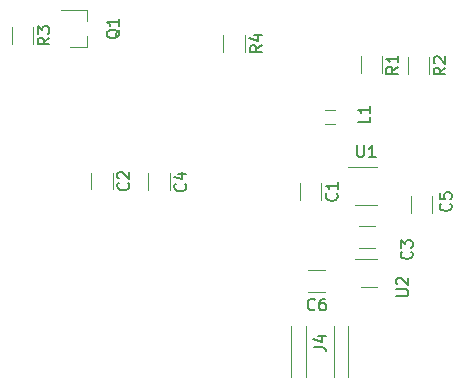
<source format=gbr>
%TF.GenerationSoftware,KiCad,Pcbnew,(5.1.9)-1*%
%TF.CreationDate,2021-05-19T15:00:27-04:00*%
%TF.ProjectId,fox_hunt_2m_fm,666f785f-6875-46e7-945f-326d5f666d2e,rev?*%
%TF.SameCoordinates,Original*%
%TF.FileFunction,Legend,Top*%
%TF.FilePolarity,Positive*%
%FSLAX46Y46*%
G04 Gerber Fmt 4.6, Leading zero omitted, Abs format (unit mm)*
G04 Created by KiCad (PCBNEW (5.1.9)-1) date 2021-05-19 15:00:27*
%MOMM*%
%LPD*%
G01*
G04 APERTURE LIST*
%ADD10C,0.120000*%
%ADD11C,0.150000*%
G04 APERTURE END LIST*
D10*
%TO.C,U2*%
X158304000Y-134129000D02*
X159704000Y-134129000D01*
X159704000Y-131809000D02*
X157804000Y-131809000D01*
%TO.C,U1*%
X159650000Y-123993000D02*
X157200000Y-123993000D01*
X157850000Y-127213000D02*
X159650000Y-127213000D01*
%TO.C,R4*%
X148484000Y-114239064D02*
X148484000Y-112784936D01*
X146664000Y-114239064D02*
X146664000Y-112784936D01*
%TO.C,R3*%
X128757000Y-112149936D02*
X128757000Y-113604064D01*
X130577000Y-112149936D02*
X130577000Y-113604064D01*
%TO.C,R2*%
X162285000Y-114689936D02*
X162285000Y-116144064D01*
X164105000Y-114689936D02*
X164105000Y-116144064D01*
%TO.C,R1*%
X158284500Y-114626436D02*
X158284500Y-116080564D01*
X160104500Y-114626436D02*
X160104500Y-116080564D01*
%TO.C,Q1*%
X135110000Y-113848000D02*
X133650000Y-113848000D01*
X135110000Y-110688000D02*
X132950000Y-110688000D01*
X135110000Y-110688000D02*
X135110000Y-111618000D01*
X135110000Y-113848000D02*
X135110000Y-112918000D01*
%TO.C,L1*%
X155284758Y-120321000D02*
X156105242Y-120321000D01*
X155284758Y-119201000D02*
X156105242Y-119201000D01*
%TO.C,J4*%
X156025000Y-137458000D02*
X156025000Y-141788000D01*
X157245000Y-137458000D02*
X157245000Y-141788000D01*
X152425000Y-137458000D02*
X152425000Y-141788000D01*
X153645000Y-137458000D02*
X153645000Y-141788000D01*
%TO.C,C6*%
X153847748Y-134577500D02*
X155270252Y-134577500D01*
X153847748Y-132757500D02*
X155270252Y-132757500D01*
%TO.C,C5*%
X164359000Y-127876752D02*
X164359000Y-126454248D01*
X162539000Y-127876752D02*
X162539000Y-126454248D01*
%TO.C,C4*%
X140314000Y-124549248D02*
X140314000Y-125971752D01*
X142134000Y-124549248D02*
X142134000Y-125971752D01*
%TO.C,C3*%
X159549752Y-129011000D02*
X158127248Y-129011000D01*
X159549752Y-130831000D02*
X158127248Y-130831000D01*
%TO.C,C2*%
X135488000Y-124472248D02*
X135488000Y-125894752D01*
X137308000Y-124472248D02*
X137308000Y-125894752D01*
%TO.C,C1*%
X153141000Y-125361248D02*
X153141000Y-126783752D01*
X154961000Y-125361248D02*
X154961000Y-126783752D01*
%TO.C,U2*%
D11*
X161313880Y-134937404D02*
X162123404Y-134937404D01*
X162218642Y-134889785D01*
X162266261Y-134842166D01*
X162313880Y-134746928D01*
X162313880Y-134556452D01*
X162266261Y-134461214D01*
X162218642Y-134413595D01*
X162123404Y-134365976D01*
X161313880Y-134365976D01*
X161409119Y-133937404D02*
X161361500Y-133889785D01*
X161313880Y-133794547D01*
X161313880Y-133556452D01*
X161361500Y-133461214D01*
X161409119Y-133413595D01*
X161504357Y-133365976D01*
X161599595Y-133365976D01*
X161742452Y-133413595D01*
X162313880Y-133985023D01*
X162313880Y-133365976D01*
%TO.C,U1*%
X157988095Y-122155380D02*
X157988095Y-122964904D01*
X158035714Y-123060142D01*
X158083333Y-123107761D01*
X158178571Y-123155380D01*
X158369047Y-123155380D01*
X158464285Y-123107761D01*
X158511904Y-123060142D01*
X158559523Y-122964904D01*
X158559523Y-122155380D01*
X159559523Y-123155380D02*
X158988095Y-123155380D01*
X159273809Y-123155380D02*
X159273809Y-122155380D01*
X159178571Y-122298238D01*
X159083333Y-122393476D01*
X158988095Y-122441095D01*
%TO.C,R4*%
X149931380Y-113704666D02*
X149455190Y-114038000D01*
X149931380Y-114276095D02*
X148931380Y-114276095D01*
X148931380Y-113895142D01*
X148979000Y-113799904D01*
X149026619Y-113752285D01*
X149121857Y-113704666D01*
X149264714Y-113704666D01*
X149359952Y-113752285D01*
X149407571Y-113799904D01*
X149455190Y-113895142D01*
X149455190Y-114276095D01*
X149264714Y-112847523D02*
X149931380Y-112847523D01*
X148883761Y-113085619D02*
X149598047Y-113323714D01*
X149598047Y-112704666D01*
%TO.C,R3*%
X131939380Y-113043666D02*
X131463190Y-113377000D01*
X131939380Y-113615095D02*
X130939380Y-113615095D01*
X130939380Y-113234142D01*
X130987000Y-113138904D01*
X131034619Y-113091285D01*
X131129857Y-113043666D01*
X131272714Y-113043666D01*
X131367952Y-113091285D01*
X131415571Y-113138904D01*
X131463190Y-113234142D01*
X131463190Y-113615095D01*
X130939380Y-112710333D02*
X130939380Y-112091285D01*
X131320333Y-112424619D01*
X131320333Y-112281761D01*
X131367952Y-112186523D01*
X131415571Y-112138904D01*
X131510809Y-112091285D01*
X131748904Y-112091285D01*
X131844142Y-112138904D01*
X131891761Y-112186523D01*
X131939380Y-112281761D01*
X131939380Y-112567476D01*
X131891761Y-112662714D01*
X131844142Y-112710333D01*
%TO.C,R2*%
X165467380Y-115583666D02*
X164991190Y-115917000D01*
X165467380Y-116155095D02*
X164467380Y-116155095D01*
X164467380Y-115774142D01*
X164515000Y-115678904D01*
X164562619Y-115631285D01*
X164657857Y-115583666D01*
X164800714Y-115583666D01*
X164895952Y-115631285D01*
X164943571Y-115678904D01*
X164991190Y-115774142D01*
X164991190Y-116155095D01*
X164562619Y-115202714D02*
X164515000Y-115155095D01*
X164467380Y-115059857D01*
X164467380Y-114821761D01*
X164515000Y-114726523D01*
X164562619Y-114678904D01*
X164657857Y-114631285D01*
X164753095Y-114631285D01*
X164895952Y-114678904D01*
X165467380Y-115250333D01*
X165467380Y-114631285D01*
%TO.C,R1*%
X161466880Y-115520166D02*
X160990690Y-115853500D01*
X161466880Y-116091595D02*
X160466880Y-116091595D01*
X160466880Y-115710642D01*
X160514500Y-115615404D01*
X160562119Y-115567785D01*
X160657357Y-115520166D01*
X160800214Y-115520166D01*
X160895452Y-115567785D01*
X160943071Y-115615404D01*
X160990690Y-115710642D01*
X160990690Y-116091595D01*
X161466880Y-114567785D02*
X161466880Y-115139214D01*
X161466880Y-114853500D02*
X160466880Y-114853500D01*
X160609738Y-114948738D01*
X160704976Y-115043976D01*
X160752595Y-115139214D01*
%TO.C,Q1*%
X137898119Y-112363238D02*
X137850500Y-112458476D01*
X137755261Y-112553714D01*
X137612404Y-112696571D01*
X137564785Y-112791809D01*
X137564785Y-112887047D01*
X137802880Y-112839428D02*
X137755261Y-112934666D01*
X137660023Y-113029904D01*
X137469547Y-113077523D01*
X137136214Y-113077523D01*
X136945738Y-113029904D01*
X136850500Y-112934666D01*
X136802880Y-112839428D01*
X136802880Y-112648952D01*
X136850500Y-112553714D01*
X136945738Y-112458476D01*
X137136214Y-112410857D01*
X137469547Y-112410857D01*
X137660023Y-112458476D01*
X137755261Y-112553714D01*
X137802880Y-112648952D01*
X137802880Y-112839428D01*
X137802880Y-111458476D02*
X137802880Y-112029904D01*
X137802880Y-111744190D02*
X136802880Y-111744190D01*
X136945738Y-111839428D01*
X137040976Y-111934666D01*
X137088595Y-112029904D01*
%TO.C,L1*%
X159075380Y-119737166D02*
X159075380Y-120213357D01*
X158075380Y-120213357D01*
X159075380Y-118880023D02*
X159075380Y-119451452D01*
X159075380Y-119165738D02*
X158075380Y-119165738D01*
X158218238Y-119260976D01*
X158313476Y-119356214D01*
X158361095Y-119451452D01*
%TO.C,J4*%
X154328880Y-139238833D02*
X155043166Y-139238833D01*
X155186023Y-139286452D01*
X155281261Y-139381690D01*
X155328880Y-139524547D01*
X155328880Y-139619785D01*
X154662214Y-138334071D02*
X155328880Y-138334071D01*
X154281261Y-138572166D02*
X154995547Y-138810261D01*
X154995547Y-138191214D01*
%TO.C,C6*%
X154417333Y-136056642D02*
X154369714Y-136104261D01*
X154226857Y-136151880D01*
X154131619Y-136151880D01*
X153988761Y-136104261D01*
X153893523Y-136009023D01*
X153845904Y-135913785D01*
X153798285Y-135723309D01*
X153798285Y-135580452D01*
X153845904Y-135389976D01*
X153893523Y-135294738D01*
X153988761Y-135199500D01*
X154131619Y-135151880D01*
X154226857Y-135151880D01*
X154369714Y-135199500D01*
X154417333Y-135247119D01*
X155274476Y-135151880D02*
X155084000Y-135151880D01*
X154988761Y-135199500D01*
X154941142Y-135247119D01*
X154845904Y-135389976D01*
X154798285Y-135580452D01*
X154798285Y-135961404D01*
X154845904Y-136056642D01*
X154893523Y-136104261D01*
X154988761Y-136151880D01*
X155179238Y-136151880D01*
X155274476Y-136104261D01*
X155322095Y-136056642D01*
X155369714Y-135961404D01*
X155369714Y-135723309D01*
X155322095Y-135628071D01*
X155274476Y-135580452D01*
X155179238Y-135532833D01*
X154988761Y-135532833D01*
X154893523Y-135580452D01*
X154845904Y-135628071D01*
X154798285Y-135723309D01*
%TO.C,C5*%
X165901642Y-127103166D02*
X165949261Y-127150785D01*
X165996880Y-127293642D01*
X165996880Y-127388880D01*
X165949261Y-127531738D01*
X165854023Y-127626976D01*
X165758785Y-127674595D01*
X165568309Y-127722214D01*
X165425452Y-127722214D01*
X165234976Y-127674595D01*
X165139738Y-127626976D01*
X165044500Y-127531738D01*
X164996880Y-127388880D01*
X164996880Y-127293642D01*
X165044500Y-127150785D01*
X165092119Y-127103166D01*
X164996880Y-126198404D02*
X164996880Y-126674595D01*
X165473071Y-126722214D01*
X165425452Y-126674595D01*
X165377833Y-126579357D01*
X165377833Y-126341261D01*
X165425452Y-126246023D01*
X165473071Y-126198404D01*
X165568309Y-126150785D01*
X165806404Y-126150785D01*
X165901642Y-126198404D01*
X165949261Y-126246023D01*
X165996880Y-126341261D01*
X165996880Y-126579357D01*
X165949261Y-126674595D01*
X165901642Y-126722214D01*
%TO.C,C4*%
X143431142Y-125427166D02*
X143478761Y-125474785D01*
X143526380Y-125617642D01*
X143526380Y-125712880D01*
X143478761Y-125855738D01*
X143383523Y-125950976D01*
X143288285Y-125998595D01*
X143097809Y-126046214D01*
X142954952Y-126046214D01*
X142764476Y-125998595D01*
X142669238Y-125950976D01*
X142574000Y-125855738D01*
X142526380Y-125712880D01*
X142526380Y-125617642D01*
X142574000Y-125474785D01*
X142621619Y-125427166D01*
X142859714Y-124570023D02*
X143526380Y-124570023D01*
X142478761Y-124808119D02*
X143193047Y-125046214D01*
X143193047Y-124427166D01*
%TO.C,C3*%
X162599642Y-131167166D02*
X162647261Y-131214785D01*
X162694880Y-131357642D01*
X162694880Y-131452880D01*
X162647261Y-131595738D01*
X162552023Y-131690976D01*
X162456785Y-131738595D01*
X162266309Y-131786214D01*
X162123452Y-131786214D01*
X161932976Y-131738595D01*
X161837738Y-131690976D01*
X161742500Y-131595738D01*
X161694880Y-131452880D01*
X161694880Y-131357642D01*
X161742500Y-131214785D01*
X161790119Y-131167166D01*
X161694880Y-130833833D02*
X161694880Y-130214785D01*
X162075833Y-130548119D01*
X162075833Y-130405261D01*
X162123452Y-130310023D01*
X162171071Y-130262404D01*
X162266309Y-130214785D01*
X162504404Y-130214785D01*
X162599642Y-130262404D01*
X162647261Y-130310023D01*
X162694880Y-130405261D01*
X162694880Y-130690976D01*
X162647261Y-130786214D01*
X162599642Y-130833833D01*
%TO.C,C2*%
X138605142Y-125350166D02*
X138652761Y-125397785D01*
X138700380Y-125540642D01*
X138700380Y-125635880D01*
X138652761Y-125778738D01*
X138557523Y-125873976D01*
X138462285Y-125921595D01*
X138271809Y-125969214D01*
X138128952Y-125969214D01*
X137938476Y-125921595D01*
X137843238Y-125873976D01*
X137748000Y-125778738D01*
X137700380Y-125635880D01*
X137700380Y-125540642D01*
X137748000Y-125397785D01*
X137795619Y-125350166D01*
X137795619Y-124969214D02*
X137748000Y-124921595D01*
X137700380Y-124826357D01*
X137700380Y-124588261D01*
X137748000Y-124493023D01*
X137795619Y-124445404D01*
X137890857Y-124397785D01*
X137986095Y-124397785D01*
X138128952Y-124445404D01*
X138700380Y-125016833D01*
X138700380Y-124397785D01*
%TO.C,C1*%
X156258142Y-126239166D02*
X156305761Y-126286785D01*
X156353380Y-126429642D01*
X156353380Y-126524880D01*
X156305761Y-126667738D01*
X156210523Y-126762976D01*
X156115285Y-126810595D01*
X155924809Y-126858214D01*
X155781952Y-126858214D01*
X155591476Y-126810595D01*
X155496238Y-126762976D01*
X155401000Y-126667738D01*
X155353380Y-126524880D01*
X155353380Y-126429642D01*
X155401000Y-126286785D01*
X155448619Y-126239166D01*
X156353380Y-125286785D02*
X156353380Y-125858214D01*
X156353380Y-125572500D02*
X155353380Y-125572500D01*
X155496238Y-125667738D01*
X155591476Y-125762976D01*
X155639095Y-125858214D01*
%TD*%
M02*

</source>
